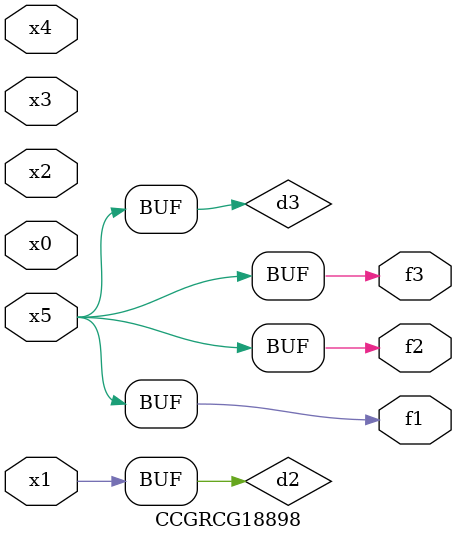
<source format=v>
module CCGRCG18898(
	input x0, x1, x2, x3, x4, x5,
	output f1, f2, f3
);

	wire d1, d2, d3;

	not (d1, x5);
	or (d2, x1);
	xnor (d3, d1);
	assign f1 = d3;
	assign f2 = d3;
	assign f3 = d3;
endmodule

</source>
